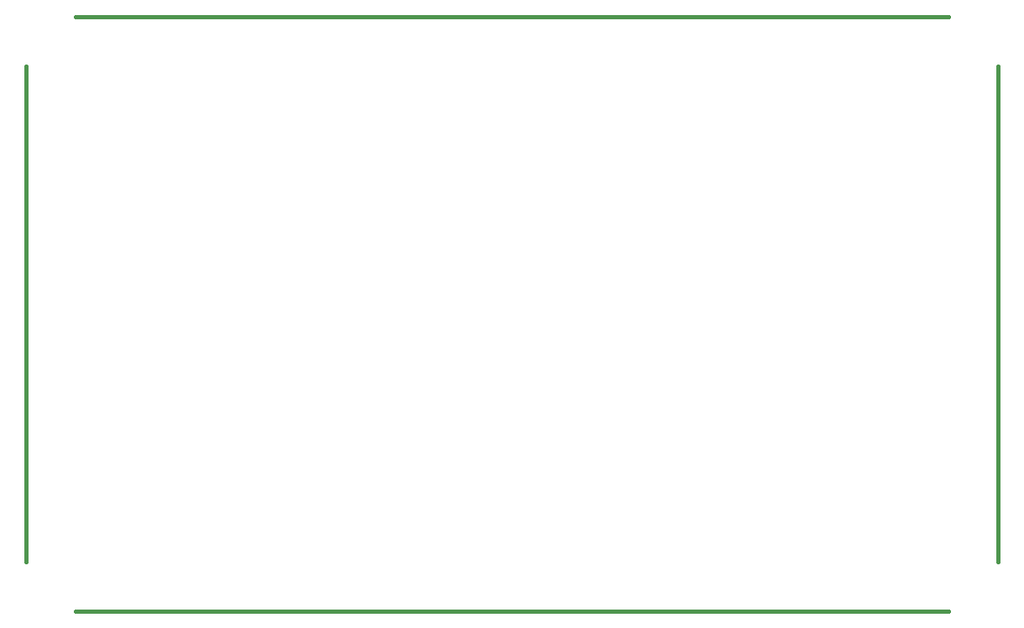
<source format=gbr>
%TF.GenerationSoftware,Altium Limited,Altium Designer,26.3.0 (6)*%
G04 Layer_Color=65535*
%FSLAX45Y45*%
%MOMM*%
%TF.SameCoordinates,B802E6D7-E220-4502-B456-AB3D52F6952B*%
%TF.FilePolarity,Positive*%
%TF.FileFunction,Legend,Top*%
%TF.Part,Single*%
G01*
G75*
%TA.AperFunction,NonConductor*%
%ADD16C,0.40000*%
D16*
X-4400000Y3000000D02*
X4400000D01*
X-4900000Y-2500000D02*
Y2500000D01*
X-4400000Y-3000000D02*
X4400000D01*
X4900000Y-2500000D02*
Y2500000D01*
%TF.MD5,84f6a53c5326452c6283fd3c1e65343e*%
M02*

</source>
